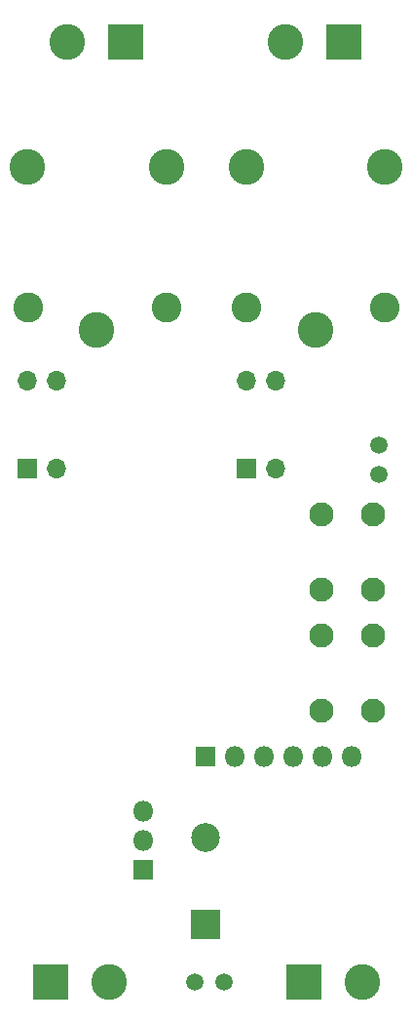
<source format=gbr>
%TF.GenerationSoftware,KiCad,Pcbnew,(5.1.6)-1*%
%TF.CreationDate,2020-08-06T11:41:01+05:30*%
%TF.ProjectId,ESP32-BLE-Relay-Control-Board,45535033-322d-4424-9c45-2d52656c6179,rev?*%
%TF.SameCoordinates,Original*%
%TF.FileFunction,Soldermask,Bot*%
%TF.FilePolarity,Negative*%
%FSLAX46Y46*%
G04 Gerber Fmt 4.6, Leading zero omitted, Abs format (unit mm)*
G04 Created by KiCad (PCBNEW (5.1.6)-1) date 2020-08-06 11:41:01*
%MOMM*%
%LPD*%
G01*
G04 APERTURE LIST*
%ADD10O,1.800000X1.800000*%
%ADD11R,1.800000X1.800000*%
%ADD12C,1.500000*%
%ADD13C,3.100000*%
%ADD14R,3.100000X3.100000*%
%ADD15C,2.500000*%
%ADD16R,2.500000X2.500000*%
%ADD17C,2.100000*%
%ADD18O,1.700000X1.700000*%
%ADD19R,1.700000X1.700000*%
%ADD20C,2.600000*%
G04 APERTURE END LIST*
D10*
%TO.C,J6*%
X113050000Y-141195000D03*
X113050000Y-143735000D03*
D11*
X113050000Y-146275000D03*
%TD*%
D12*
%TO.C,JP2-BOOT1*%
X133500000Y-109460000D03*
X133500000Y-112000000D03*
%TD*%
D10*
%TO.C,J5*%
X131160000Y-136500000D03*
X128620000Y-136500000D03*
X126080000Y-136500000D03*
X123540000Y-136500000D03*
X121000000Y-136500000D03*
D11*
X118460000Y-136500000D03*
%TD*%
D12*
%TO.C,JP1*%
X117500000Y-156000000D03*
X120040000Y-156000000D03*
%TD*%
D13*
%TO.C,J4*%
X110080000Y-156000000D03*
D14*
X105000000Y-156000000D03*
%TD*%
D13*
%TO.C,J3*%
X132080000Y-156000000D03*
D14*
X127000000Y-156000000D03*
%TD*%
D13*
%TO.C,J2*%
X106420000Y-74500000D03*
D14*
X111500000Y-74500000D03*
%TD*%
D13*
%TO.C,J1*%
X125420000Y-74500000D03*
D14*
X130500000Y-74500000D03*
%TD*%
D15*
%TO.C,C6*%
X118500000Y-143500000D03*
D16*
X118500000Y-151000000D03*
%TD*%
D17*
%TO.C,BOOT1*%
X128500000Y-115500000D03*
X133000000Y-115500000D03*
X128500000Y-122000000D03*
X133000000Y-122000000D03*
%TD*%
%TO.C,RST1*%
X128500000Y-126000000D03*
X133000000Y-126000000D03*
X128500000Y-132500000D03*
X133000000Y-132500000D03*
%TD*%
D18*
%TO.C,U3*%
X122000000Y-103880000D03*
X124540000Y-111500000D03*
X124540000Y-103880000D03*
D19*
X122000000Y-111500000D03*
%TD*%
D13*
%TO.C,K2*%
X128000000Y-99500000D03*
D20*
X122050000Y-97550000D03*
D13*
X122000000Y-85300000D03*
X134050000Y-85350000D03*
D20*
X134050000Y-97550000D03*
%TD*%
D18*
%TO.C,U2*%
X103000000Y-103880000D03*
X105540000Y-111500000D03*
X105540000Y-103880000D03*
D19*
X103000000Y-111500000D03*
%TD*%
D13*
%TO.C,K1*%
X109000000Y-99500000D03*
D20*
X103050000Y-97550000D03*
D13*
X103000000Y-85300000D03*
X115050000Y-85350000D03*
D20*
X115050000Y-97550000D03*
%TD*%
M02*

</source>
